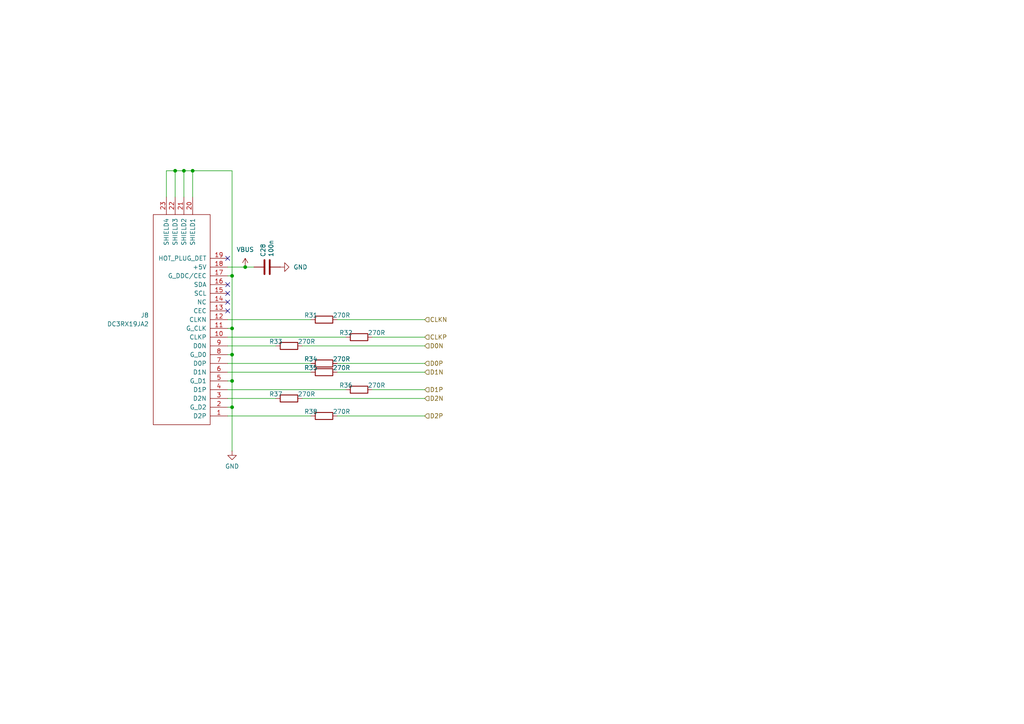
<source format=kicad_sch>
(kicad_sch (version 20250114) (generator "eeschema") (generator_version "9.0")
  (paper "A4")
  (title_block (title "MiniFRANK RM1") (date "2025-04-01") (rev "2.03") (company "Mikhail Matveev") (comment 1 "https://github.com/xtremespb/frank"))
  (lib_symbols
    (symbol "Device:C" (pin_numbers (hide yes)) (pin_names (offset 0.254))
      (property "Reference" "C" (at 0.635 2.54 0))
      (property "Value" "C" (at 0.635 -2.54 0))
      (symbol "C_0_1"
        (polyline (pts (xy -2.032 0.762) (xy 2.032 0.762)) (stroke (width 0.508)))
        (polyline (pts (xy -2.032 -0.762) (xy 2.032 -0.762)) (stroke (width 0.508)))
      )
      (symbol "C_1_1"
        (pin passive line (at 0 3.81 270) (length 2.794) (name "~") (number "1"))
        (pin passive line (at 0 -3.81 90) (length 2.794) (name "~") (number "2"))
      )
    )
    (symbol "Device:R" (pin_numbers (hide yes)) (pin_names (offset 0))
      (property "Reference" "R" (at 2.032 0 90))
      (property "Value" "R" (at 0 0 90))
      (symbol "R_0_1"
        (rectangle (start -1.016 -2.54) (end 1.016 2.54) (stroke (width 0.254)))
      )
      (symbol "R_1_1"
        (pin passive line (at 0 3.81 270) (length 1.27) (name "~") (number "1"))
        (pin passive line (at 0 -3.81 90) (length 1.27) (name "~") (number "2"))
      )
    )
    (symbol "FRANK:HDMI" (pin_names (offset 1.016))
      (property "Reference" "HDMI1" (at 12.7 -16.5101 0))
      (property "Value" "HDMI" (at 12.7 -13.9701 0))
      (symbol "HDMI_0_1"
        (rectangle (start -5.08 15.24) (end 11.43 -45.72))
      )
      (symbol "HDMI_1_1"
        (pin input line (at -10.16 12.7 0) (length 5.08) (name "D2P") (number "1"))
        (pin input line (at -10.16 10.16 0) (length 5.08) (name "G_D2") (number "2"))
        (pin input line (at -10.16 7.62 0) (length 5.08) (name "D2N") (number "3"))
        (pin input line (at -10.16 5.08 0) (length 5.08) (name "D1P") (number "4"))
        (pin input line (at -10.16 2.54 0) (length 5.08) (name "G_D1") (number "5"))
        (pin input line (at -10.16 0 0) (length 5.08) (name "D1N") (number "6"))
        (pin input line (at -10.16 -2.54 0) (length 5.08) (name "D0P") (number "7"))
        (pin input line (at -10.16 -5.08 0) (length 5.08) (name "G_D0") (number "8"))
        (pin input line (at -10.16 -7.62 0) (length 5.08) (name "D0N") (number "9"))
        (pin input line (at -10.16 -10.16 0) (length 5.08) (name "CLKP") (number "10"))
        (pin input line (at -10.16 -12.7 0) (length 5.08) (name "G_CLK") (number "11"))
        (pin input line (at -10.16 -15.24 0) (length 5.08) (name "CLKN") (number "12"))
        (pin input line (at -10.16 -17.78 0) (length 5.08) (name "CEC") (number "13"))
        (pin input line (at -10.16 -20.32 0) (length 5.08) (name "NC") (number "14"))
        (pin input line (at -10.16 -22.86 0) (length 5.08) (name "SCL") (number "15"))
        (pin input line (at -10.16 -25.4 0) (length 5.08) (name "SDA") (number "16"))
        (pin input line (at -10.16 -27.94 0) (length 5.08) (name "G_DDC/CEC") (number "17"))
        (pin input line (at -10.16 -30.48 0) (length 5.08) (name "+5V") (number "18"))
        (pin input line (at -10.16 -33.02 0) (length 5.08) (name "HOT_PLUG_DET") (number "19"))
        (pin input line (at 0 -50.8 90) (length 5.08) (name "SHIELD1") (number "20"))
        (pin input line (at 2.54 -50.8 90) (length 5.08) (name "SHIELD2") (number "21"))
        (pin input line (at 5.08 -50.8 90) (length 5.08) (name "SHIELD3") (number "22"))
        (pin input line (at 7.62 -50.8 90) (length 5.08) (name "SHIELD4") (number "23"))
      )
    )
    (symbol "GND_1" (power) (pin_numbers (hide yes)) (pin_names (offset 0) (hide yes))
      (property "Value" "GND" (at 0 -3.81 0))
      (symbol "GND_1_0_1"
        (polyline (pts (xy 0 0) (xy 0 -1.27) (xy 1.27 -1.27) (xy 0 -2.54) (xy -1.27 -1.27) (xy 0 -1.27)))
      )
      (symbol "GND_1_1_1"
        (pin power_in line (at 0 0 270) (length 0) (name "~") (number "1"))
      )
    )
    (symbol "power:GND" (power) (pin_numbers (hide yes)) (pin_names (offset 0) (hide yes))
      (property "Value" "GND" (at 0 -3.81 0))
      (symbol "GND_0_1"
        (polyline (pts (xy 0 0) (xy 0 -1.27) (xy 1.27 -1.27) (xy 0 -2.54) (xy -1.27 -1.27) (xy 0 -1.27)))
      )
      (symbol "GND_1_1"
        (pin power_in line (at 0 0 270) (length 0) (name "~") (number "1"))
      )
    )
    (symbol "power:VBUS" (power) (pin_numbers (hide yes)) (pin_names (offset 0) (hide yes))
      (property "Value" "VBUS" (at 0 3.556 0))
      (symbol "VBUS_0_1"
        (polyline (pts (xy -0.762 1.27) (xy 0 2.54)))
        (polyline (pts (xy 0 2.54) (xy 0.762 1.27)))
        (polyline (pts (xy 0 0) (xy 0 2.54)))
      )
      (symbol "VBUS_1_1"
        (pin power_in line (at 0 0 90) (length 0) (name "~") (number "1"))
      )
    )
  )
  (junction (at 71.12 77.47))
  (junction (at 67.31 110.49))
  (junction (at 50.8 49.53))
  (junction (at 67.31 80.01))
  (junction (at 67.31 95.25))
  (junction (at 67.31 118.11))
  (junction (at 55.88 49.53))
  (junction (at 67.31 102.87))
  (junction (at 53.34 49.53))
  (no_connect (at 66.04 90.17))
  (no_connect (at 66.04 85.09))
  (no_connect (at 66.04 87.63))
  (no_connect (at 66.04 74.93))
  (no_connect (at 66.04 82.55))
  (wire (pts (xy 66.04 95.25) (xy 67.31 95.25)))
  (wire (pts (xy 67.31 110.49) (xy 67.31 118.11)))
  (wire (pts (xy 66.04 105.41) (xy 90.17 105.41)))
  (wire (pts (xy 87.63 115.57) (xy 123.19 115.57)))
  (wire (pts (xy 66.04 120.65) (xy 90.17 120.65)))
  (wire (pts (xy 66.04 102.87) (xy 67.31 102.87)))
  (wire (pts (xy 67.31 49.53) (xy 55.88 49.53)))
  (wire (pts (xy 53.34 49.53) (xy 53.34 57.15)))
  (wire (pts (xy 87.63 100.33) (xy 123.19 100.33)))
  (wire (pts (xy 55.88 49.53) (xy 53.34 49.53)))
  (wire (pts (xy 107.95 113.03) (xy 123.19 113.03)))
  (wire (pts (xy 67.31 102.87) (xy 67.31 110.49)))
  (wire (pts (xy 67.31 95.25) (xy 67.31 102.87)))
  (wire (pts (xy 97.79 107.95) (xy 123.19 107.95)))
  (wire (pts (xy 50.8 49.53) (xy 50.8 57.15)))
  (wire (pts (xy 66.04 92.71) (xy 90.17 92.71)))
  (wire (pts (xy 66.04 77.47) (xy 71.12 77.47)))
  (wire (pts (xy 66.04 113.03) (xy 100.33 113.03)))
  (wire (pts (xy 66.04 118.11) (xy 67.31 118.11)))
  (wire (pts (xy 67.31 118.11) (xy 67.31 130.81)))
  (wire (pts (xy 97.79 92.71) (xy 123.19 92.71)))
  (wire (pts (xy 97.79 105.41) (xy 123.19 105.41)))
  (wire (pts (xy 67.31 95.25) (xy 67.31 80.01)))
  (wire (pts (xy 50.8 49.53) (xy 48.26 49.53)))
  (wire (pts (xy 66.04 110.49) (xy 67.31 110.49)))
  (wire (pts (xy 66.04 80.01) (xy 67.31 80.01)))
  (wire (pts (xy 66.04 97.79) (xy 100.33 97.79)))
  (wire (pts (xy 67.31 80.01) (xy 67.31 49.53)))
  (wire (pts (xy 71.12 77.47) (xy 73.66 77.47)))
  (wire (pts (xy 107.95 97.79) (xy 123.19 97.79)))
  (wire (pts (xy 66.04 115.57) (xy 80.01 115.57)))
  (wire (pts (xy 53.34 49.53) (xy 50.8 49.53)))
  (wire (pts (xy 66.04 107.95) (xy 90.17 107.95)))
  (wire (pts (xy 48.26 49.53) (xy 48.26 57.15)))
  (wire (pts (xy 55.88 49.53) (xy 55.88 57.15)))
  (wire (pts (xy 97.79 120.65) (xy 123.19 120.65)))
  (wire (pts (xy 66.04 100.33) (xy 80.01 100.33)))
  (hierarchical_label "D2P" (shape input) (at 123.19 120.65 0))
  (hierarchical_label "CLKP" (shape input) (at 123.19 97.79 0))
  (hierarchical_label "D2N" (shape input) (at 123.19 115.57 0))
  (hierarchical_label "CLKN" (shape input) (at 123.19 92.71 0))
  (hierarchical_label "D0P" (shape input) (at 123.19 105.41 0))
  (hierarchical_label "D1P" (shape input) (at 123.19 113.03 0))
  (hierarchical_label "D0N" (shape input) (at 123.19 100.33 0))
  (hierarchical_label "D1N" (shape input) (at 123.19 107.95 0))
  (symbol (lib_id "Device:R") (at 93.98 105.41 90) (unit 1)
    (property "Reference" "R34" (at 90.17 104.14 90))
    (property "Value" "270R" (at 99.06 104.14 90))
    (property "Footprint" "FRANK:Resistor (0805)" (effects (hide yes)))
    (property "Datasheet" "https://www.vishay.com/docs/28952/mcs0402at-mct0603at-mcu0805at-mca1206at.pdf" (effects (hide yes)))
    (property "AliExpress" "https://www.aliexpress.com/item/1005005945735199.html" (effects (hide yes)))
  )
  (symbol (lib_id "Device:R") (at 104.14 113.03 90) (unit 1)
    (property "Reference" "R36" (at 100.33 111.76 90))
    (property "Value" "270R" (at 109.22 111.76 90))
    (property "Footprint" "FRANK:Resistor (0805)" (effects (hide yes)))
    (property "Datasheet" "https://www.vishay.com/docs/28952/mcs0402at-mct0603at-mcu0805at-mca1206at.pdf" (effects (hide yes)))
    (property "AliExpress" "https://www.aliexpress.com/item/1005005945735199.html" (effects (hide yes)))
  )
  (symbol (lib_id "Device:R") (at 93.98 92.71 90) (unit 1)
    (property "Reference" "R31" (at 90.17 91.44 90))
    (property "Value" "270R" (at 99.06 91.44 90))
    (property "Footprint" "FRANK:Resistor (0805)" (effects (hide yes)))
    (property "Datasheet" "https://www.vishay.com/docs/28952/mcs0402at-mct0603at-mcu0805at-mca1206at.pdf" (effects (hide yes)))
    (property "AliExpress" "https://www.aliexpress.com/item/1005005945735199.html" (effects (hide yes)))
  )
  (symbol (lib_id "power:VBUS") (at 71.12 77.47 0) (unit 1)
    (property "Reference" "#PWR064" (effects (hide yes)))
    (property "Value" "VBUS" (at 71.12 72.39 0))
    (property "Description" "Power symbol creates a global label with name \"VBUS\"" (effects (hide yes)))
  )
  (symbol (lib_id "Device:R") (at 93.98 107.95 90) (unit 1)
    (property "Reference" "R35" (at 90.17 106.68 90))
    (property "Value" "270R" (at 99.06 106.68 90))
    (property "Footprint" "FRANK:Resistor (0805)" (effects (hide yes)))
    (property "Datasheet" "https://www.vishay.com/docs/28952/mcs0402at-mct0603at-mcu0805at-mca1206at.pdf" (effects (hide yes)))
    (property "AliExpress" "https://www.aliexpress.com/item/1005005945735199.html" (effects (hide yes)))
  )
  (symbol (lib_id "Device:C") (at 77.47 77.47 90) (unit 1)
    (property "Reference" "C28" (at 76.3016 74.549 0) (effects (justify left)))
    (property "Value" "100n" (at 78.613 74.549 0) (effects (justify left)))
    (property "Footprint" "FRANK:Capacitor (0805)" (effects (hide yes)))
    (property "Datasheet" "https://eu.mouser.com/datasheet/2/40/KGM_X7R-3223212.pdf" (effects (hide yes)))
    (property "AliExpress" "https://www.aliexpress.com/item/33008008276.html" (effects (hide yes)))
  )
  (symbol (lib_id "Device:R") (at 83.82 100.33 90) (unit 1)
    (property "Reference" "R33" (at 80.01 99.06 90))
    (property "Value" "270R" (at 88.9 99.06 90))
    (property "Footprint" "FRANK:Resistor (0805)" (effects (hide yes)))
    (property "Datasheet" "https://www.vishay.com/docs/28952/mcs0402at-mct0603at-mcu0805at-mca1206at.pdf" (effects (hide yes)))
    (property "AliExpress" "https://www.aliexpress.com/item/1005005945735199.html" (effects (hide yes)))
  )
  (symbol (lib_id "power:GND") (at 67.31 130.81 0) (unit 1)
    (property "Reference" "#PWR066" (effects (hide yes)))
    (property "Value" "GND" (at 67.31 135.2534 0))
    (property "Description" "Power symbol creates a global label with name \"GND\" , ground" (effects (hide yes)))
  )
  (symbol (lib_name "GND_1") (lib_id "power:GND") (at 81.28 77.47 90) (unit 1)
    (property "Reference" "#PWR065" (effects (hide yes)))
    (property "Value" "GND" (at 85.09 77.4699 90) (effects (justify right)))
    (property "Description" "Power symbol creates a global label with name \"GND\" , ground" (effects (hide yes)))
  )
  (symbol (lib_id "Device:R") (at 104.14 97.79 90) (unit 1)
    (property "Reference" "R32" (at 100.33 96.52 90))
    (property "Value" "270R" (at 109.22 96.52 90))
    (property "Footprint" "FRANK:Resistor (0805)" (effects (hide yes)))
    (property "Datasheet" "https://www.vishay.com/docs/28952/mcs0402at-mct0603at-mcu0805at-mca1206at.pdf" (effects (hide yes)))
    (property "AliExpress" "https://www.aliexpress.com/item/1005005945735199.html" (effects (hide yes)))
  )
  (symbol (lib_id "FRANK:HDMI") (at 55.88 107.95 180) (unit 1)
    (property "Reference" "J8" (at 43.18 91.4399 0) (effects (justify left)))
    (property "Value" "DC3RX19JA2" (at 43.18 93.9799 0) (effects (justify left)))
    (property "Footprint" "FRANK:HDMI (female)" (effects (hide yes)))
    (property "Datasheet" "https://www.mouser.com/datasheet/2/206/B_0233_2E_DC3-784461.pdf?srsltid=AfmBOopfNOwkdmYR2Zf10LYIa6wS_lfZGGRTVzb0297kvAyc-1zmhqWc" (effects (hide yes)))
    (property "AliExpress" "https://www.aliexpress.com/item/1005005248842433.html" (effects (hide yes)))
  )
  (symbol (lib_id "Device:R") (at 93.98 120.65 90) (unit 1)
    (property "Reference" "R38" (at 90.17 119.38 90))
    (property "Value" "270R" (at 99.06 119.38 90))
    (property "Footprint" "FRANK:Resistor (0805)" (effects (hide yes)))
    (property "Datasheet" "https://www.vishay.com/docs/28952/mcs0402at-mct0603at-mcu0805at-mca1206at.pdf" (effects (hide yes)))
    (property "AliExpress" "https://www.aliexpress.com/item/1005005945735199.html" (effects (hide yes)))
  )
  (symbol (lib_id "Device:R") (at 83.82 115.57 90) (unit 1)
    (property "Reference" "R37" (at 80.01 114.3 90))
    (property "Value" "270R" (at 88.9 114.3 90))
    (property "Footprint" "FRANK:Resistor (0805)" (effects (hide yes)))
    (property "Datasheet" "https://www.vishay.com/docs/28952/mcs0402at-mct0603at-mcu0805at-mca1206at.pdf" (effects (hide yes)))
    (property "AliExpress" "https://www.aliexpress.com/item/1005005945735199.html" (effects (hide yes)))
  )
)
</source>
